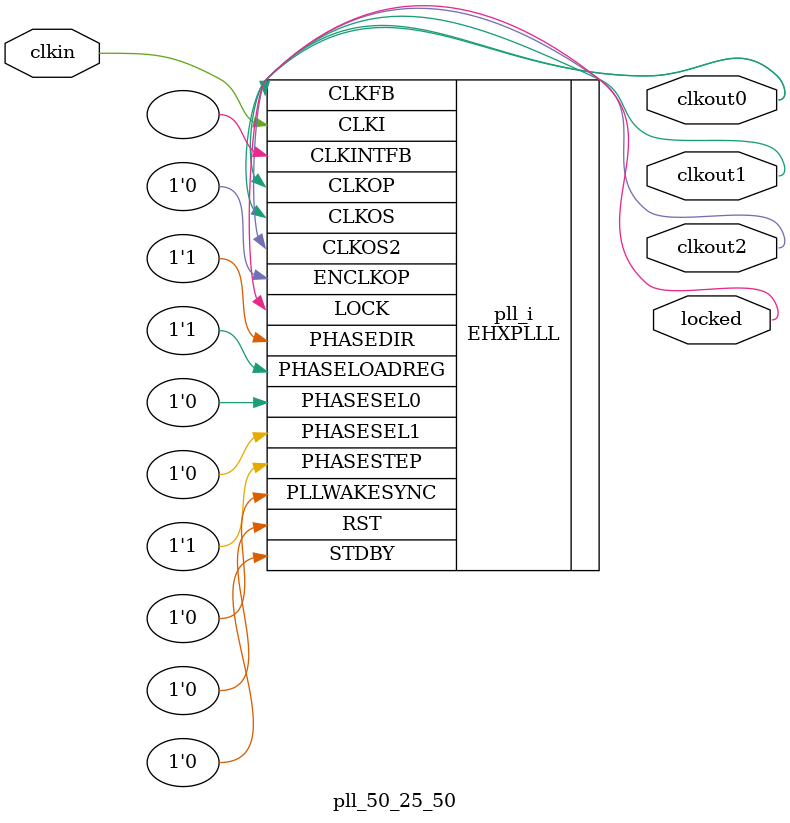
<source format=v>
module pll_50_25_50
(
    input clkin, // 25 MHz, 0 deg
    output clkout0, // 50 MHz, 0 deg
    output clkout1, // 25 MHz, 0 deg
    output clkout2, // 50 MHz, 0 deg
    output locked
);
(* FREQUENCY_PIN_CLKI="25" *)
(* FREQUENCY_PIN_CLKOP="50" *)
(* FREQUENCY_PIN_CLKOS="25" *)
(* FREQUENCY_PIN_CLKOS2="50" *)
(* ICP_CURRENT="12" *) (* LPF_RESISTOR="8" *) (* MFG_ENABLE_FILTEROPAMP="1" *) (* MFG_GMCREF_SEL="2" *)
EHXPLLL #(
        .PLLRST_ENA("DISABLED"),
        .INTFB_WAKE("DISABLED"),
        .STDBY_ENABLE("DISABLED"),
        .DPHASE_SOURCE("DISABLED"),
        .OUTDIVIDER_MUXA("DIVA"),
        .OUTDIVIDER_MUXB("DIVB"),
        .OUTDIVIDER_MUXC("DIVC"),
        .OUTDIVIDER_MUXD("DIVD"),
        .CLKI_DIV(1),
        .CLKOP_ENABLE("ENABLED"),
        .CLKOP_DIV(12),
        .CLKOP_CPHASE(5),
        .CLKOP_FPHASE(0),
        .CLKOS_ENABLE("ENABLED"),
        .CLKOS_DIV(24),
        .CLKOS_CPHASE(5),
        .CLKOS_FPHASE(0),
        .CLKOS2_ENABLE("ENABLED"),
        .CLKOS2_DIV(12),
        .CLKOS2_CPHASE(5),
        .CLKOS2_FPHASE(0),
        .FEEDBK_PATH("CLKOP"),
        .CLKFB_DIV(2)
    ) pll_i (
        .RST(1'b0),
        .STDBY(1'b0),
        .CLKI(clkin),
        .CLKOP(clkout0),
        .CLKOS(clkout1),
        .CLKOS2(clkout2),
        .CLKFB(clkout0),
        .CLKINTFB(),
        .PHASESEL0(1'b0),
        .PHASESEL1(1'b0),
        .PHASEDIR(1'b1),
        .PHASESTEP(1'b1),
        .PHASELOADREG(1'b1),
        .PLLWAKESYNC(1'b0),
        .ENCLKOP(1'b0),
        .LOCK(locked)
	);
endmodule

</source>
